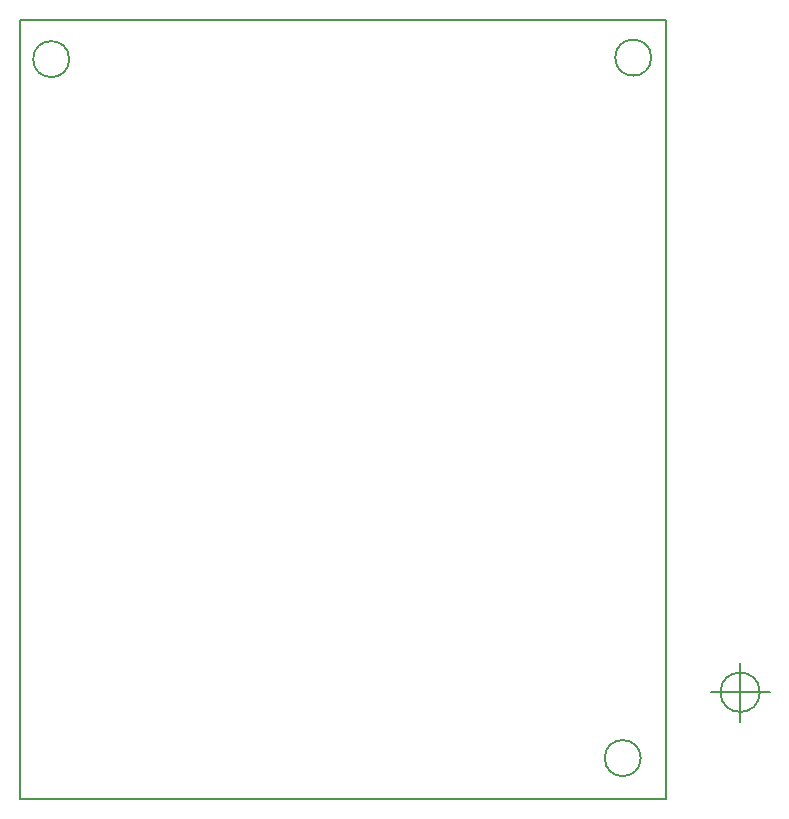
<source format=gbr>
G04 #@! TF.GenerationSoftware,KiCad,Pcbnew,(5.1.8)-1*
G04 #@! TF.CreationDate,2021-03-02T12:26:28+01:00*
G04 #@! TF.ProjectId,Lokstyrning,4c6f6b73-7479-4726-9e69-6e672e6b6963,rev?*
G04 #@! TF.SameCoordinates,Original*
G04 #@! TF.FileFunction,Profile,NP*
%FSLAX46Y46*%
G04 Gerber Fmt 4.6, Leading zero omitted, Abs format (unit mm)*
G04 Created by KiCad (PCBNEW (5.1.8)-1) date 2021-03-02 12:26:28*
%MOMM*%
%LPD*%
G01*
G04 APERTURE LIST*
G04 #@! TA.AperFunction,Profile*
%ADD10C,0.150000*%
G04 #@! TD*
G04 APERTURE END LIST*
D10*
X225044000Y-115824000D02*
G75*
G03*
X225044000Y-115824000I-1524000J0D01*
G01*
X227203000Y-53340000D02*
X172466000Y-53340000D01*
X227203000Y-119253000D02*
X227203000Y-53340000D01*
X172466000Y-119253000D02*
X172466000Y-53340000D01*
X227203000Y-119253000D02*
X172466000Y-119253000D01*
X235130766Y-110248700D02*
G75*
G03*
X235130766Y-110248700I-1666666J0D01*
G01*
X230964100Y-110248700D02*
X235964100Y-110248700D01*
X233464100Y-107748700D02*
X233464100Y-112748700D01*
X225933000Y-56515000D02*
G75*
G03*
X225933000Y-56515000I-1524000J0D01*
G01*
X176657000Y-56642000D02*
G75*
G03*
X176657000Y-56642000I-1524000J0D01*
G01*
M02*

</source>
